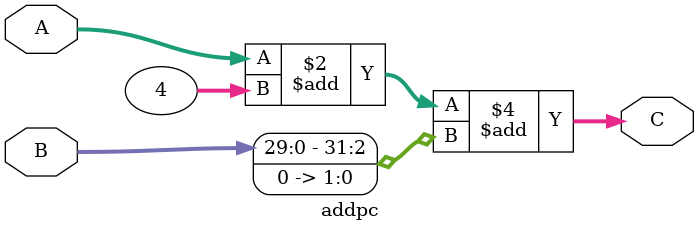
<source format=v>
module addpc(A,B,C);
    input [31:0]A;
    input [31:0]B;
    output reg [31:0]C;
    always@(A or B)
    begin
        C=A+4+(B<<2);
    end
endmodule
</source>
